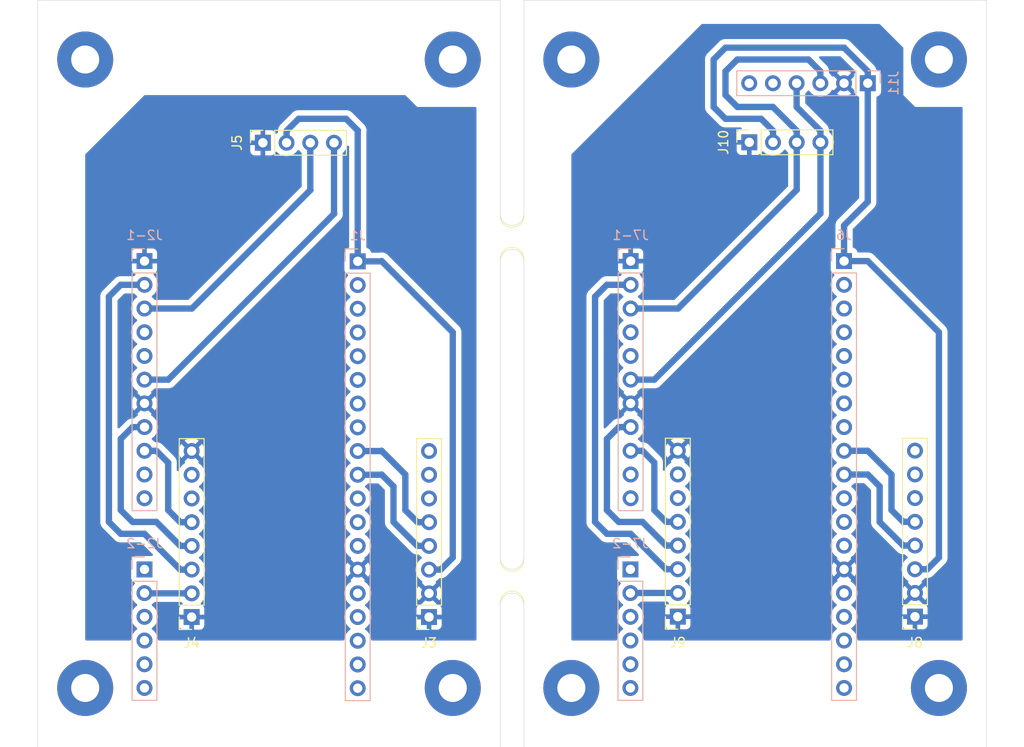
<source format=kicad_pcb>
(kicad_pcb (version 20241229) (generator "pcbnew") (generator_version "9.0")
  (layers (0 "F.Cu" signal) (2 "B.Cu" signal) (13 "F.Paste" user) (15 "B.Paste" user) (5 "F.SilkS" user "F.Silkscreen") (7 "B.SilkS" user "B.Silkscreen") (1 "F.Mask" user) (3 "B.Mask" user) (25 "Edge.Cuts" user))
  (net 0 "")
  (net 1 "GND")
  (net 2 "+3.3V")
  (net 23 "/RX_module/IRQ")
  (net 24 "/RX_module/RST")
  (net 25 "/RX_module/MOSI")
  (net 26 "/RX_module/SCK")
  (net 27 "/RX_module/SDA")
  (net 28 "/RX_module/MISO")
  (net 29 "/RX_module/SCL")
  (net 30 "/RX_module/CS")
  (net 31 "/TX_module/RST")
  (net 33 "/TX_module/IRQ")
  (net 36 "/TX_module/SCK")
  (net 37 "/TX_module/SDA")
  (net 39 "/TX_module/MISO")
  (net 40 "/TX_module/CS")
  (net 42 "/TX_module/MOSI")
  (net 43 "/TX_module/SCL")
  (net 59 "+3.3V2")
  (net 60 "GND2")
  (footprint "Connector_PinSocket_2.54mm:PinSocket_1x08_P2.54mm_Vertical" (layer "F.Cu") (at 114.3 114.325 180)
    (property "Reference" "J3" (at 0 -2.77 0) (layer "F.SilkS"))
    (property "Value" "Conn_01x08_Socket")
    (fp_line (start 1.33 1.27) (end 1.33 19.11) (stroke (width 0.12)) (layer "F.SilkS"))
    (fp_line (start 1.33 -1.33) (end 1.33 0) (stroke (width 0.12)) (layer "F.SilkS"))
    (fp_line (start 0 -1.33) (end 1.33 -1.33) (stroke (width 0.12)) (layer "F.SilkS"))
    (fp_line (start -1.33 19.11) (end 1.33 19.11) (stroke (width 0.12)) (layer "F.SilkS"))
    (fp_line (start -1.33 1.27) (end 1.33 1.27) (stroke (width 0.12)) (layer "F.SilkS"))
    (fp_line (start -1.33 1.27) (end -1.33 19.11) (stroke (width 0.12)) (layer "F.SilkS"))
    (pad "1" thru_hole rect (at 0 0 180) (size 1.7 1.7) (drill 1) (layers "*.Cu" "*.Mask") (net 1 "GND"))
    (pad "2" thru_hole circle (at 0 2.54 180) (size 1.7 1.7) (drill 1) (layers "*.Cu" "*.Mask") (net 1 "GND"))
    (pad "3" thru_hole circle (at 0 5.08 180) (size 1.7 1.7) (drill 1) (layers "*.Cu" "*.Mask") (net 2 "+3.3V"))
    (pad "4" thru_hole circle (at 0 7.62 180) (size 1.7 1.7) (drill 1) (layers "*.Cu" "*.Mask") (net 24 "/RX_module/RST"))
    (pad "5" thru_hole circle (at 0 10.16 180) (size 1.7 1.7) (drill 1) (layers "*.Cu" "*.Mask") (net 23 "/RX_module/IRQ"))
    (pad "6" thru_hole circle (at 0 12.7 180) (size 1.7 1.7) (drill 1) (layers "*.Cu" "*.Mask"))
    (pad "7" thru_hole circle (at 0 15.24 180) (size 1.7 1.7) (drill 1) (layers "*.Cu" "*.Mask"))
    (pad "8" thru_hole circle (at 0 17.78 180) (size 1.7 1.7) (drill 1) (layers "*.Cu" "*.Mask"))
  )
  (footprint "MountingHole:MountingHole_3mm_Pad" (layer "F.Cu") (at 77.47 121.92)
    (property "Reference" "REF**" (hide yes))
    (property "Value" "MountingHole_3mm_Pad")
    (pad "1" thru_hole circle (at 0 0) (size 6 6) (drill 3) (layers "*.Cu" "*.Mask"))
  )
  (footprint "MountingHole:MountingHole_3mm_Pad" (layer "F.Cu") (at 168.91 121.92)
    (property "Reference" "REF**" (hide yes))
    (property "Value" "MountingHole_3mm_Pad")
    (pad "1" thru_hole circle (at 0 0) (size 6 6) (drill 3) (layers "*.Cu" "*.Mask"))
  )
  (footprint "Panelization.pretty-master:mouse-bite-2.54mm-slot" (layer "F.Cu") (at 123.19 73.66 90)
    (property "Reference" "mouse-bite-2.54mm-slot" (hide yes))
    (property "Value" "VAL**" (hide yes))
    (fp_arc (start -2.33 -1.27) (mid -1.06 0) (end -2.33 1.27) (stroke (width 0.1)) (layer "F.SilkS"))
    (fp_arc (start 2.33 1.27) (mid 1.06 0) (end 2.33 -1.27) (stroke (width 0.1)) (layer "F.SilkS"))
    (pad "" np_thru_hole circle (at -0.8 -1.1 90) (size 0.5 0.5) (drill 0.5) (layers "*.Cu" "*.Mask"))
    (pad "" np_thru_hole circle (at -0.8 1.1 90) (size 0.5 0.5) (drill 0.5) (layers "*.Cu" "*.Mask"))
    (pad "" np_thru_hole circle (at 0 -1.1 90) (size 0.5 0.5) (drill 0.5) (layers "*.Cu" "*.Mask"))
    (pad "" np_thru_hole circle (at 0 1.1 90) (size 0.5 0.5) (drill 0.5) (layers "*.Cu" "*.Mask"))
    (pad "" np_thru_hole circle (at 0.8 -1.1 90) (size 0.5 0.5) (drill 0.5) (layers "*.Cu" "*.Mask"))
    (pad "" np_thru_hole circle (at 0.8 1.1 90) (size 0.5 0.5) (drill 0.5) (layers "*.Cu" "*.Mask"))
  )
  (footprint "MountingHole:MountingHole_3mm_Pad" (layer "F.Cu") (at 129.54 54.61)
    (property "Reference" "REF**" (hide yes))
    (property "Value" "MountingHole_3mm_Pad")
    (pad "1" thru_hole circle (at 0 0) (size 6 6) (drill 3) (layers "*.Cu" "*.Mask"))
  )
  (footprint "Connector_PinSocket_2.54mm:PinSocket_1x08_P2.54mm_Vertical" (layer "F.Cu") (at 88.875 114.325 180)
    (property "Reference" "J4" (at 0 -2.77 0) (layer "F.SilkS"))
    (property "Value" "Conn_01x08_Socket" (hide yes))
    (fp_line (start 1.33 1.27) (end 1.33 19.11) (stroke (width 0.12)) (layer "F.SilkS"))
    (fp_line (start 1.33 -1.33) (end 1.33 0) (stroke (width 0.12)) (layer "F.SilkS"))
    (fp_line (start 0 -1.33) (end 1.33 -1.33) (stroke (width 0.12)) (layer "F.SilkS"))
    (fp_line (start -1.33 19.11) (end 1.33 19.11) (stroke (width 0.12)) (layer "F.SilkS"))
    (fp_line (start -1.33 1.27) (end 1.33 1.27) (stroke (width 0.12)) (layer "F.SilkS"))
    (fp_line (start -1.33 1.27) (end -1.33 19.11) (stroke (width 0.12)) (layer "F.SilkS"))
    (pad "1" thru_hole rect (at 0 0 180) (size 1.7 1.7) (drill 1) (layers "*.Cu" "*.Mask") (net 1 "GND"))
    (pad "2" thru_hole circle (at 0 2.54 180) (size 1.7 1.7) (drill 1) (layers "*.Cu" "*.Mask") (net 30 "/RX_module/CS"))
    (pad "3" thru_hole circle (at 0 5.08 180) (size 1.7 1.7) (drill 1) (layers "*.Cu" "*.Mask") (net 25 "/RX_module/MOSI"))
    (pad "4" thru_hole circle (at 0 7.62 180) (size 1.7 1.7) (drill 1) (layers "*.Cu" "*.Mask") (net 28 "/RX_module/MISO"))
    (pad "5" thru_hole circle (at 0 10.16 180) (size 1.7 1.7) (drill 1) (layers "*.Cu" "*.Mask") (net 26 "/RX_module/SCK"))
    (pad "6" thru_hole circle (at 0 12.7 180) (size 1.7 1.7) (drill 1) (layers "*.Cu" "*.Mask"))
    (pad "7" thru_hole circle (at 0 15.24 180) (size 1.7 1.7) (drill 1) (layers "*.Cu" "*.Mask"))
    (pad "8" thru_hole circle (at 0 17.78 180) (size 1.7 1.7) (drill 1) (layers "*.Cu" "*.Mask") (net 1 "GND"))
  )
  (footprint "MountingHole:MountingHole_3mm_Pad" (layer "F.Cu") (at 129.54 121.92)
    (property "Reference" "REF**" (hide yes))
    (property "Value" "MountingHole_3mm_Pad")
    (pad "1" thru_hole circle (at 0 0) (size 6 6) (drill 3) (layers "*.Cu" "*.Mask"))
  )
  (footprint "Connector_PinSocket_2.54mm:PinSocket_1x04_P2.54mm_Vertical" (layer "F.Cu") (at 96.5 63.525 90)
    (property "Reference" "J5" (at 0 -2.77 90) (layer "F.SilkS"))
    (property "Value" "Conn_01x04_Socket")
    (fp_line (start 1.33 -1.33) (end 1.33 0) (stroke (width 0.12)) (layer "F.SilkS"))
    (fp_line (start 0 -1.33) (end 1.33 -1.33) (stroke (width 0.12)) (layer "F.SilkS"))
    (fp_line (start 1.33 1.27) (end 1.33 8.95) (stroke (width 0.12)) (layer "F.SilkS"))
    (fp_line (start -1.33 1.27) (end 1.33 1.27) (stroke (width 0.12)) (layer "F.SilkS"))
    (fp_line (start -1.33 1.27) (end -1.33 8.95) (stroke (width 0.12)) (layer "F.SilkS"))
    (fp_line (start -1.33 8.95) (end 1.33 8.95) (stroke (width 0.12)) (layer "F.SilkS"))
    (pad "1" thru_hole rect (at 0 0 90) (size 1.7 1.7) (drill 1) (layers "*.Cu" "*.Mask") (net 1 "GND"))
    (pad "2" thru_hole circle (at 0 2.54 90) (size 1.7 1.7) (drill 1) (layers "*.Cu" "*.Mask") (net 2 "+3.3V"))
    (pad "3" thru_hole circle (at 0 5.08 90) (size 1.7 1.7) (drill 1) (layers "*.Cu" "*.Mask") (net 29 "/RX_module/SCL"))
    (pad "4" thru_hole circle (at 0 7.62 90) (size 1.7 1.7) (drill 1) (layers "*.Cu" "*.Mask") (net 27 "/RX_module/SDA"))
  )
  (footprint "Connector_PinSocket_2.54mm:PinSocket_1x04_P2.54mm_Vertical" (layer "F.Cu") (at 148.6 63.475 90)
    (property "Reference" "J10" (at 0 -2.77 90) (layer "F.SilkS"))
    (property "Value" "Conn_01x04_Socket" (hide yes))
    (fp_line (start 1.33 -1.33) (end 1.33 0) (stroke (width 0.12)) (layer "F.SilkS"))
    (fp_line (start 0 -1.33) (end 1.33 -1.33) (stroke (width 0.12)) (layer "F.SilkS"))
    (fp_line (start 1.33 1.27) (end 1.33 8.95) (stroke (width 0.12)) (layer "F.SilkS"))
    (fp_line (start -1.33 1.27) (end 1.33 1.27) (stroke (width 0.12)) (layer "F.SilkS"))
    (fp_line (start -1.33 1.27) (end -1.33 8.95) (stroke (width 0.12)) (layer "F.SilkS"))
    (fp_line (start -1.33 8.95) (end 1.33 8.95) (stroke (width 0.12)) (layer "F.SilkS"))
    (pad "1" thru_hole rect (at 0 0 90) (size 1.7 1.7) (drill 1) (layers "*.Cu" "*.Mask") (net 60 "GND2"))
    (pad "2" thru_hole circle (at 0 2.54 90) (size 1.7 1.7) (drill 1) (layers "*.Cu" "*.Mask") (net 59 "+3.3V2"))
    (pad "3" thru_hole circle (at 0 5.08 90) (size 1.7 1.7) (drill 1) (layers "*.Cu" "*.Mask") (net 43 "/TX_module/SCL"))
    (pad "4" thru_hole circle (at 0 7.62 90) (size 1.7 1.7) (drill 1) (layers "*.Cu" "*.Mask") (net 37 "/TX_module/SDA"))
  )
  (footprint "Panelization.pretty-master:mouse-bite-2.54mm-slot" (layer "F.Cu") (at 123.19 110.49 90)
    (property "Reference" "mouse-bite-2.54mm-slot" (hide yes))
    (property "Value" "VAL**" (hide yes))
    (fp_arc (start -2.33 -1.27) (mid -1.06 0) (end -2.33 1.27) (stroke (width 0.1)) (layer "F.SilkS"))
    (fp_arc (start 2.33 1.27) (mid 1.06 0) (end 2.33 -1.27) (stroke (width 0.1)) (layer "F.SilkS"))
    (pad "" np_thru_hole circle (at -0.8 -1.1 90) (size 0.5 0.5) (drill 0.5) (layers "*.Cu" "*.Mask"))
    (pad "" np_thru_hole circle (at -0.8 1.1 90) (size 0.5 0.5) (drill 0.5) (layers "*.Cu" "*.Mask"))
    (pad "" np_thru_hole circle (at 0 -1.1 90) (size 0.5 0.5) (drill 0.5) (layers "*.Cu" "*.Mask"))
    (pad "" np_thru_hole circle (at 0 1.1 90) (size 0.5 0.5) (drill 0.5) (layers "*.Cu" "*.Mask"))
    (pad "" np_thru_hole circle (at 0.8 -1.1 90) (size 0.5 0.5) (drill 0.5) (layers "*.Cu" "*.Mask"))
    (pad "" np_thru_hole circle (at 0.8 1.1 90) (size 0.5 0.5) (drill 0.5) (layers "*.Cu" "*.Mask"))
  )
  (footprint "Connector_PinSocket_2.54mm:PinSocket_1x08_P2.54mm_Vertical" (layer "F.Cu") (at 140.945 114.285 180)
    (property "Reference" "J9" (at 0 -2.77 0) (layer "F.SilkS"))
    (property "Value" "Conn_01x08_Socket" (hide yes))
    (fp_line (start 1.33 1.27) (end 1.33 19.11) (stroke (width 0.12)) (layer "F.SilkS"))
    (fp_line (start 1.33 -1.33) (end 1.33 0) (stroke (width 0.12)) (layer "F.SilkS"))
    (fp_line (start 0 -1.33) (end 1.33 -1.33) (stroke (width 0.12)) (layer "F.SilkS"))
    (fp_line (start -1.33 19.11) (end 1.33 19.11) (stroke (width 0.12)) (layer "F.SilkS"))
    (fp_line (start -1.33 1.27) (end 1.33 1.27) (stroke (width 0.12)) (layer "F.SilkS"))
    (fp_line (start -1.33 1.27) (end -1.33 19.11) (stroke (width 0.12)) (layer "F.SilkS"))
    (pad "1" thru_hole rect (at 0 0 180) (size 1.7 1.7) (drill 1) (layers "*.Cu" "*.Mask") (net 60 "GND2"))
    (pad "2" thru_hole circle (at 0 2.54 180) (size 1.7 1.7) (drill 1) (layers "*.Cu" "*.Mask") (net 40 "/TX_module/CS"))
    (pad "3" thru_hole circle (at 0 5.08 180) (size 1.7 1.7) (drill 1) (layers "*.Cu" "*.Mask") (net 42 "/TX_module/MOSI"))
    (pad "4" thru_hole circle (at 0 7.62 180) (size 1.7 1.7) (drill 1) (layers "*.Cu" "*.Mask") (net 39 "/TX_module/MISO"))
    (pad "5" thru_hole circle (at 0 10.16 180) (size 1.7 1.7) (drill 1) (layers "*.Cu" "*.Mask") (net 36 "/TX_module/SCK"))
    (pad "6" thru_hole circle (at 0 12.7 180) (size 1.7 1.7) (drill 1) (layers "*.Cu" "*.Mask"))
    (pad "7" thru_hole circle (at 0 15.24 180) (size 1.7 1.7) (drill 1) (layers "*.Cu" "*.Mask"))
    (pad "8" thru_hole circle (at 0 17.78 180) (size 1.7 1.7) (drill 1) (layers "*.Cu" "*.Mask") (net 60 "GND2"))
  )
  (footprint "Connector_PinSocket_2.54mm:PinSocket_1x08_P2.54mm_Vertical" (layer "F.Cu") (at 166.345 114.285 180)
    (property "Reference" "J8" (at 0 -2.77 0) (layer "F.SilkS"))
    (property "Value" "Conn_01x08_Socket" (hide yes))
    (fp_line (start 1.33 1.27) (end 1.33 19.11) (stroke (width 0.12)) (layer "F.SilkS"))
    (fp_line (start 1.33 -1.33) (end 1.33 0) (stroke (width 0.12)) (layer "F.SilkS"))
    (fp_line (start 0 -1.33) (end 1.33 -1.33) (stroke (width 0.12)) (layer "F.SilkS"))
    (fp_line (start -1.33 19.11) (end 1.33 19.11) (stroke (width 0.12)) (layer "F.SilkS"))
    (fp_line (start -1.33 1.27) (end 1.33 1.27) (stroke (width 0.12)) (layer "F.SilkS"))
    (fp_line (start -1.33 1.27) (end -1.33 19.11) (stroke (width 0.12)) (layer "F.SilkS"))
    (pad "1" thru_hole rect (at 0 0 180) (size 1.7 1.7) (drill 1) (layers "*.Cu" "*.Mask") (net 60 "GND2"))
    (pad "2" thru_hole circle (at 0 2.54 180) (size 1.7 1.7) (drill 1) (layers "*.Cu" "*.Mask") (net 60 "GND2"))
    (pad "3" thru_hole circle (at 0 5.08 180) (size 1.7 1.7) (drill 1) (layers "*.Cu" "*.Mask") (net 59 "+3.3V2"))
    (pad "4" thru_hole circle (at 0 7.62 180) (size 1.7 1.7) (drill 1) (layers "*.Cu" "*.Mask") (net 31 "/TX_module/RST"))
    (pad "5" thru_hole circle (at 0 10.16 180) (size 1.7 1.7) (drill 1) (layers "*.Cu" "*.Mask") (net 33 "/TX_module/IRQ"))
    (pad "6" thru_hole circle (at 0 12.7 180) (size 1.7 1.7) (drill 1) (layers "*.Cu" "*.Mask"))
    (pad "7" thru_hole circle (at 0 15.24 180) (size 1.7 1.7) (drill 1) (layers "*.Cu" "*.Mask"))
    (pad "8" thru_hole circle (at 0 17.78 180) (size 1.7 1.7) (drill 1) (layers "*.Cu" "*.Mask"))
  )
  (footprint "MountingHole:MountingHole_3mm_Pad" (layer "F.Cu") (at 116.84 54.61)
    (property "Reference" "REF**" (hide yes))
    (property "Value" "MountingHole_3mm_Pad")
    (pad "1" thru_hole circle (at 0 0) (size 6 6) (drill 3) (layers "*.Cu" "*.Mask"))
  )
  (footprint "MountingHole:MountingHole_3mm_Pad" (layer "F.Cu") (at 168.91 54.61)
    (property "Reference" "REF**" (hide yes))
    (property "Value" "MountingHole_3mm_Pad")
    (pad "1" thru_hole circle (at 0 0) (size 6 6) (drill 3) (layers "*.Cu" "*.Mask"))
  )
  (footprint "MountingHole:MountingHole_3mm_Pad" (layer "F.Cu") (at 116.84 121.92)
    (property "Reference" "REF**" (hide yes))
    (property "Value" "MountingHole_3mm_Pad")
    (pad "1" thru_hole circle (at 0 0) (size 6 6) (drill 3) (layers "*.Cu" "*.Mask"))
  )
  (footprint "MountingHole:MountingHole_3mm_Pad" (layer "F.Cu") (at 77.47 54.61)
    (property "Reference" "REF**" (hide yes))
    (property "Value" "MountingHole_3mm_Pad")
    (pad "1" thru_hole circle (at 0 0) (size 6 6) (drill 3) (layers "*.Cu" "*.Mask"))
  )
  (footprint "Connector_PinSocket_2.54mm:PinSocket_1x06_P2.54mm_Vertical" (layer "B.Cu") (at 161.29 57.15 90)
    (property "Reference" "J11" (at 0 2.77 90) (layer "B.SilkS") (effects (justify mirror)))
    (property "Value" "Conn_01x06_Socket" (hide yes))
    (fp_line (start -1.33 -14.03) (end 1.33 -14.03) (stroke (width 0.12)) (layer "B.SilkS"))
    (fp_line (start 1.33 -1.27) (end 1.33 -14.03) (stroke (width 0.12)) (layer "B.SilkS"))
    (fp_line (start -1.33 -1.27) (end -1.33 -14.03) (stroke (width 0.12)) (layer "B.SilkS"))
    (fp_line (start -1.33 -1.27) (end 1.33 -1.27) (stroke (width 0.12)) (layer "B.SilkS"))
    (fp_line (start 1.33 1.33) (end 1.33 0) (stroke (width 0.12)) (layer "B.SilkS"))
    (fp_line (start 0 1.33) (end 1.33 1.33) (stroke (width 0.12)) (layer "B.SilkS"))
    (pad "1" thru_hole rect (at 0 0 90) (size 1.7 1.7) (drill 1) (layers "*.Cu" "*.Mask") (net 59 "+3.3V2"))
    (pad "2" thru_hole circle (at 0 -2.54 90) (size 1.7 1.7) (drill 1) (layers "*.Cu" "*.Mask") (net 60 "GND2"))
    (pad "3" thru_hole circle (at 0 -5.08 90) (size 1.7 1.7) (drill 1) (layers "*.Cu" "*.Mask") (net 43 "/TX_module/SCL"))
    (pad "4" thru_hole circle (at 0 -7.62 90) (size 1.7 1.7) (drill 1) (layers "*.Cu" "*.Mask") (net 37 "/TX_module/SDA"))
    (pad "5" thru_hole circle (at 0 -10.16 90) (size 1.7 1.7) (drill 1) (layers "*.Cu" "*.Mask"))
    (pad "6" thru_hole circle (at 0 -12.7 90) (size 1.7 1.7) (drill 1) (layers "*.Cu" "*.Mask"))
  )
  (footprint "Connector_PinSocket_2.54mm:PinSocket_1x06_P2.54mm_Vertical" (layer "B.Cu") (at 83.82 109.22 180)
    (property "Reference" "J2-2" (at 0 2.77 0) (layer "B.SilkS") (effects (justify mirror)))
    (property "Value" "Conn_01x06_Socket")
    (fp_line (start 1.33 1.33) (end 1.33 0) (stroke (width 0.12)) (layer "B.SilkS"))
    (fp_line (start 1.33 -1.27) (end 1.33 -14.03) (stroke (width 0.12)) (layer "B.SilkS"))
    (fp_line (start 0 1.33) (end 1.33 1.33) (stroke (width 0.12)) (layer "B.SilkS"))
    (fp_line (start -1.33 -1.27) (end 1.33 -1.27) (stroke (width 0.12)) (layer "B.SilkS"))
    (fp_line (start -1.33 -1.27) (end -1.33 -14.03) (stroke (width 0.12)) (layer "B.SilkS"))
    (fp_line (start -1.33 -14.03) (end 1.33 -14.03) (stroke (width 0.12)) (layer "B.SilkS"))
    (pad "1" thru_hole rect (at 0 0 180) (size 1.7 1.7) (drill 1) (layers "*.Cu" "*.Mask"))
    (pad "2" thru_hole circle (at 0 -2.54 180) (size 1.7 1.7) (drill 1) (layers "*.Cu" "*.Mask") (net 30 "/RX_module/CS"))
    (pad "3" thru_hole circle (at 0 -5.08 180) (size 1.7 1.7) (drill 1) (layers "*.Cu" "*.Mask"))
    (pad "4" thru_hole circle (at 0 -7.62 180) (size 1.7 1.7) (drill 1) (layers "*.Cu" "*.Mask"))
    (pad "5" thru_hole circle (at 0 -10.16 180) (size 1.7 1.7) (drill 1) (layers "*.Cu" "*.Mask"))
    (pad "6" thru_hole circle (at 0 -12.7 180) (size 1.7 1.7) (drill 1) (layers "*.Cu" "*.Mask"))
  )
  (footprint "Connector_PinSocket_2.54mm:PinSocket_1x19_P2.54mm_Vertical" (layer "B.Cu") (at 158.75 76.2 180)
    (property "Reference" "J6" (at 0 2.77 0) (layer "B.SilkS") (effects (justify mirror)))
    (property "Value" "Conn_01x19_Socket")
    (fp_line (start 1.33 1.33) (end 1.33 0) (stroke (width 0.12)) (layer "B.SilkS"))
    (fp_line (start 1.33 -1.27) (end 1.33 -47.05) (stroke (width 0.12)) (layer "B.SilkS"))
    (fp_line (start 0 1.33) (end 1.33 1.33) (stroke (width 0.12)) (layer "B.SilkS"))
    (fp_line (start -1.33 -1.27) (end 1.33 -1.27) (stroke (width 0.12)) (layer "B.SilkS"))
    (fp_line (start -1.33 -1.27) (end -1.33 -47.05) (stroke (width 0.12)) (layer "B.SilkS"))
    (fp_line (start -1.33 -47.05) (end 1.33 -47.05) (stroke (width 0.12)) (layer "B.SilkS"))
    (pad "1" thru_hole rect (at 0 0 180) (size 1.7 1.7) (drill 1) (layers "*.Cu" "*.Mask") (net 59 "+3.3V2"))
    (pad "2" thru_hole circle (at 0 -2.54 180) (size 1.7 1.7) (drill 1) (layers "*.Cu" "*.Mask"))
    (pad "3" thru_hole circle (at 0 -5.08 180) (size 1.7 1.7) (drill 1) (layers "*.Cu" "*.Mask"))
    (pad "4" thru_hole circle (at 0 -7.62 180) (size 1.7 1.7) (drill 1) (layers "*.Cu" "*.Mask"))
    (pad "5" thru_hole circle (at 0 -10.16 180) (size 1.7 1.7) (drill 1) (layers "*.Cu" "*.Mask"))
    (pad "6" thru_hole circle (at 0 -12.7 180) (size 1.7 1.7) (drill 1) (layers "*.Cu" "*.Mask"))
    (pad "7" thru_hole circle (at 0 -15.24 180) (size 1.7 1.7) (drill 1) (layers "*.Cu" "*.Mask"))
    (pad "8" thru_hole circle (at 0 -17.78 180) (size 1.7 1.7) (drill 1) (layers "*.Cu" "*.Mask"))
    (pad "9" thru_hole circle (at 0 -20.32 180) (size 1.7 1.7) (drill 1) (layers "*.Cu" "*.Mask") (net 33 "/TX_module/IRQ"))
    (pad "10" thru_hole circle (at 0 -22.86 180) (size 1.7 1.7) (drill 1) (layers "*.Cu" "*.Mask") (net 31 "/TX_module/RST"))
    (pad "11" thru_hole circle (at 0 -25.4 180) (size 1.7 1.7) (drill 1) (layers "*.Cu" "*.Mask"))
    (pad "12" thru_hole circle (at 0 -27.94 180) (size 1.7 1.7) (drill 1) (layers "*.Cu" "*.Mask"))
    (pad "13" thru_hole circle (at 0 -30.48 180) (size 1.7 1.7) (drill 1) (layers "*.Cu" "*.Mask"))
    (pad "14" thru_hole circle (at 0 -33.02 180) (size 1.7 1.7) (drill 1) (layers "*.Cu" "*.Mask") (net 60 "GND2"))
    (pad "15" thru_hole circle (at 0 -35.56 180) (size 1.7 1.7) (drill 1) (layers "*.Cu" "*.Mask"))
    (pad "16" thru_hole circle (at 0 -38.1 180) (size 1.7 1.7) (drill 1) (layers "*.Cu" "*.Mask"))
    (pad "17" thru_hole circle (at 0 -40.64 180) (size 1.7 1.7) (drill 1) (layers "*.Cu" "*.Mask"))
    (pad "18" thru_hole circle (at 0 -43.18 180) (size 1.7 1.7) (drill 1) (layers "*.Cu" "*.Mask"))
    (pad "19" thru_hole circle (at 0 -45.72 180) (size 1.7 1.7) (drill 1) (layers "*.Cu" "*.Mask"))
  )
  (footprint "Connector_PinSocket_2.54mm:PinSocket_1x11_P2.54mm_Vertical" (layer "B.Cu") (at 83.82 76.2 180)
    (property "Reference" "J2-1" (at 0 2.77 0) (layer "B.SilkS") (effects (justify mirror)))
    (property "Value" "Conn_01x11_Socket")
    (fp_line (start 1.33 1.33) (end 1.33 0) (stroke (width 0.12)) (layer "B.SilkS"))
    (fp_line (start 1.33 -1.27) (end 1.33 -26.73) (stroke (width 0.12)) (layer "B.SilkS"))
    (fp_line (start 0 1.33) (end 1.33 1.33) (stroke (width 0.12)) (layer "B.SilkS"))
    (fp_line (start -1.33 -1.27) (end 1.33 -1.27) (stroke (width 0.12)) (layer "B.SilkS"))
    (fp_line (start -1.33 -1.27) (end -1.33 -26.73) (stroke (width 0.12)) (layer "B.SilkS"))
    (fp_line (start -1.33 -26.73) (end 1.33 -26.73) (stroke (width 0.12)) (layer "B.SilkS"))
    (pad "1" thru_hole rect (at 0 0 180) (size 1.7 1.7) (drill 1) (layers "*.Cu" "*.Mask") (net 1 "GND"))
    (pad "2" thru_hole circle (at 0 -2.54 180) (size 1.7 1.7) (drill 1) (layers "*.Cu" "*.Mask") (net 25 "/RX_module/MOSI"))
    (pad "3" thru_hole circle (at 0 -5.08 180) (size 1.7 1.7) (drill 1) (layers "*.Cu" "*.Mask") (net 29 "/RX_module/SCL"))
    (pad "4" thru_hole circle (at 0 -7.62 180) (size 1.7 1.7) (drill 1) (layers "*.Cu" "*.Mask"))
    (pad "5" thru_hole circle (at 0 -10.16 180) (size 1.7 1.7) (drill 1) (layers "*.Cu" "*.Mask"))
    (pad "6" thru_hole circle (at 0 -12.7 180) (size 1.7 1.7) (drill 1) (layers "*.Cu" "*.Mask") (net 27 "/RX_module/SDA"))
    (pad "7" thru_hole circle (at 0 -15.24 180) (size 1.7 1.7) (drill 1) (layers "*.Cu" "*.Mask") (net 1 "GND"))
    (pad "8" thru_hole circle (at 0 -17.78 180) (size 1.7 1.7) (drill 1) (layers "*.Cu" "*.Mask") (net 28 "/RX_module/MISO"))
    (pad "9" thru_hole circle (at 0 -20.32 180) (size 1.7 1.7) (drill 1) (layers "*.Cu" "*.Mask") (net 26 "/RX_module/SCK"))
    (pad "10" thru_hole circle (at 0 -22.86 180) (size 1.7 1.7) (drill 1) (layers "*.Cu" "*.Mask"))
    (pad "11" thru_hole circle (at 0 -25.4 180) (size 1.7 1.7) (drill 1) (layers "*.Cu" "*.Mask"))
  )
  (footprint "Connector_PinSocket_2.54mm:PinSocket_1x11_P2.54mm_Vertical" (layer "B.Cu") (at 135.89 76.2 180)
    (property "Reference" "J7-1" (at 0 2.77 0) (layer "B.SilkS") (effects (justify mirror)))
    (property "Value" "Conn_01x11_Socket")
    (fp_line (start 1.33 1.33) (end 1.33 0) (stroke (width 0.12)) (layer "B.SilkS"))
    (fp_line (start 1.33 -1.27) (end 1.33 -26.73) (stroke (width 0.12)) (layer "B.SilkS"))
    (fp_line (start 0 1.33) (end 1.33 1.33) (stroke (width 0.12)) (layer "B.SilkS"))
    (fp_line (start -1.33 -1.27) (end 1.33 -1.27) (stroke (width 0.12)) (layer "B.SilkS"))
    (fp_line (start -1.33 -1.27) (end -1.33 -26.73) (stroke (width 0.12)) (layer "B.SilkS"))
    (fp_line (start -1.33 -26.73) (end 1.33 -26.73) (stroke (width 0.12)) (layer "B.SilkS"))
    (pad "1" thru_hole rect (at 0 0 180) (size 1.7 1.7) (drill 1) (layers "*.Cu" "*.Mask") (net 60 "GND2"))
    (pad "2" thru_hole circle (at 0 -2.54 180) (size 1.7 1.7) (drill 1) (layers "*.Cu" "*.Mask") (net 42 "/TX_module/MOSI"))
    (pad "3" thru_hole circle (at 0 -5.08 180) (size 1.7 1.7) (drill 1) (layers "*.Cu" "*.Mask") (net 43 "/TX_module/SCL"))
    (pad "4" thru_hole circle (at 0 -7.62 180) (size 1.7 1.7) (drill 1) (layers "*.Cu" "*.Mask"))
    (pad "5" thru_hole circle (at 0 -10.16 180) (size 1.7 1.7) (drill 1) (layers "*.Cu" "*.Mask"))
    (pad "6" thru_hole circle (at 0 -12.7 180) (size 1.7 1.7) (drill 1) (layers "*.Cu" "*.Mask") (net 37 "/TX_module/SDA"))
    (pad "7" thru_hole circle (at 0 -15.24 180) (size 1.7 1.7) (drill 1) (layers "*.Cu" "*.Mask") (net 60 "GND2"))
    (pad "8" thru_hole circle (at 0 -17.78 180) (size 1.7 1.7) (drill 1) (layers "*.Cu" "*.Mask") (net 39 "/TX_module/MISO"))
    (pad "9" thru_hole circle (at 0 -20.32 180) (size 1.7 1.7) (drill 1) (layers "*.Cu" "*.Mask") (net 36 "/TX_module/SCK"))
    (pad "10" thru_hole circle (at 0 -22.86 180) (size 1.7 1.7) (drill 1) (layers "*.Cu" "*.Mask"))
    (pad "11" thru_hole circle (at 0 -25.4 180) (size 1.7 1.7) (drill 1) (layers "*.Cu" "*.Mask"))
  )
  (footprint "Connector_PinSocket_2.54mm:PinSocket_1x19_P2.54mm_Vertical" (layer "B.Cu") (at 106.66 76.225 180)
    (property "Reference" "J1" (at 0 2.77 0) (layer "B.SilkS") (effects (justify mirror)))
    (property "Value" "Conn_01x19_Socket" (hide yes))
    (fp_line (start 1.33 1.33) (end 1.33 0) (stroke (width 0.12)) (layer "B.SilkS"))
    (fp_line (start 1.33 -1.27) (end 1.33 -47.05) (stroke (width 0.12)) (layer "B.SilkS"))
    (fp_line (start 0 1.33) (end 1.33 1.33) (stroke (width 0.12)) (layer "B.SilkS"))
    (fp_line (start -1.33 -1.27) (end 1.33 -1.27) (stroke (width 0.12)) (layer "B.SilkS"))
    (fp_line (start -1.33 -1.27) (end -1.33 -47.05) (stroke (width 0.12)) (layer "B.SilkS"))
    (fp_line (start -1.33 -47.05) (end 1.33 -47.05) (stroke (width 0.12)) (layer "B.SilkS"))
    (pad "1" thru_hole rect (at 0 0 180) (size 1.7 1.7) (drill 1) (layers "*.Cu" "*.Mask") (net 2 "+3.3V"))
    (pad "2" thru_hole circle (at 0 -2.54 180) (size 1.7 1.7) (drill 1) (layers "*.Cu" "*.Mask"))
    (pad "3" thru_hole circle (at 0 -5.08 180) (size 1.7 1.7) (drill 1) (layers "*.Cu" "*.Mask"))
    (pad "4" thru_hole circle (at 0 -7.62 180) (size 1.7 1.7) (drill 1) (layers "*.Cu" "*.Mask"))
    (pad "5" thru_hole circle (at 0 -10.16 180) (size 1.7 1.7) (drill 1) (layers "*.Cu" "*.Mask"))
    (pad "6" thru_hole circle (at 0 -12.7 180) (size 1.7 1.7) (drill 1) (layers "*.Cu" "*.Mask"))
    (pad "7" thru_hole circle (at 0 -15.24 180) (size 1.7 1.7) (drill 1) (layers "*.Cu" "*.Mask"))
    (pad "8" thru_hole circle (at 0 -17.78 180) (size 1.7 1.7) (drill 1) (layers "*.Cu" "*.Mask"))
    (pad "9" thru_hole circle (at 0 -20.32 180) (size 1.7 1.7) (drill 1) (layers "*.Cu" "*.Mask") (net 23 "/RX_module/IRQ"))
    (pad "10" thru_hole circle (at 0 -22.86 180) (size 1.7 1.7) (drill 1) (layers "*.Cu" "*.Mask") (net 24 "/RX_module/RST"))
    (pad "11" thru_hole circle (at 0 -25.4 180) (size 1.7 1.7) (drill 1) (layers "*.Cu" "*.Mask"))
    (pad "12" thru_hole circle (at 0 -27.94 180) (size 1.7 1.7) (drill 1) (layers "*.Cu" "*.Mask"))
    (pad "13" thru_hole circle (at 0 -30.48 180) (size 1.7 1.7) (drill 1) (layers "*.Cu" "*.Mask"))
    (pad "14" thru_hole circle (at 0 -33.02 180) (size 1.7 1.7) (drill 1) (layers "*.Cu" "*.Mask") (net 1 "GND"))
    (pad "15" thru_hole circle (at 0 -35.56 180) (size 1.7 1.7) (drill 1) (layers "*.Cu" "*.Mask"))
    (pad "16" thru_hole circle (at 0 -38.1 180) (size 1.7 1.7) (drill 1) (layers "*.Cu" "*.Mask"))
    (pad "17" thru_hole circle (at 0 -40.64 180) (size 1.7 1.7) (drill 1) (layers "*.Cu" "*.Mask"))
    (pad "18" thru_hole circle (at 0 -43.18 180) (size 1.7 1.7) (drill 1) (layers "*.Cu" "*.Mask"))
    (pad "19" thru_hole circle (at 0 -45.72 180) (size 1.7 1.7) (drill 1) (layers "*.Cu" "*.Mask"))
  )
  (footprint "Connector_PinSocket_2.54mm:PinSocket_1x06_P2.54mm_Vertical" (layer "B.Cu") (at 135.865 109.22 180)
    (property "Reference" "J7-2" (at 0 2.77 0) (layer "B.SilkS") (effects (justify mirror)))
    (property "Value" "Conn_01x06_Socket")
    (fp_line (start 1.33 1.33) (end 1.33 0) (stroke (width 0.12)) (layer "B.SilkS"))
    (fp_line (start 1.33 -1.27) (end 1.33 -14.03) (stroke (width 0.12)) (layer "B.SilkS"))
    (fp_line (start 0 1.33) (end 1.33 1.33) (stroke (width 0.12)) (layer "B.SilkS"))
    (fp_line (start -1.33 -1.27) (end 1.33 -1.27) (stroke (width 0.12)) (layer "B.SilkS"))
    (fp_line (start -1.33 -1.27) (end -1.33 -14.03) (stroke (width 0.12)) (layer "B.SilkS"))
    (fp_line (start -1.33 -14.03) (end 1.33 -14.03) (stroke (width 0.12)) (layer "B.SilkS"))
    (pad "1" thru_hole rect (at 0 0 180) (size 1.7 1.7) (drill 1) (layers "*.Cu" "*.Mask"))
    (pad "2" thru_hole circle (at 0 -2.54 180) (size 1.7 1.7) (drill 1) (layers "*.Cu" "*.Mask") (net 40 "/TX_module/CS"))
    (pad "3" thru_hole circle (at 0 -5.08 180) (size 1.7 1.7) (drill 1) (layers "*.Cu" "*.Mask"))
    (pad "4" thru_hole circle (at 0 -7.62 180) (size 1.7 1.7) (drill 1) (layers "*.Cu" "*.Mask"))
    (pad "5" thru_hole circle (at 0 -10.16 180) (size 1.7 1.7) (drill 1) (layers "*.Cu" "*.Mask"))
    (pad "6" thru_hole circle (at 0 -12.7 180) (size 1.7 1.7) (drill 1) (layers "*.Cu" "*.Mask"))
  )
  (gr_line (start 124.46 76.2) (end 124.46 107.95) (stroke (width 0.05)) (layer "Edge.Cuts"))
  (gr_line (start 121.92 71.12) (end 121.92 48.26) (stroke (width 0.05)) (layer "Edge.Cuts"))
  (gr_arc (start 124.46 107.95) (mid 123.19 109.22) (end 121.92 107.95) (stroke (width 0.05)) (layer "Edge.Cuts"))
  (gr_line (start 124.46 128.27) (end 173.99 128.27) (stroke (width 0.05)) (layer "Edge.Cuts"))
  (gr_line (start 72.39 48.26) (end 72.39 128.27) (stroke (width 0.05)) (layer "Edge.Cuts"))
  (gr_line (start 72.39 128.27) (end 121.92 128.27) (stroke (width 0.05)) (layer "Edge.Cuts"))
  (gr_line (start 124.46 113.03) (end 124.46 128.27) (stroke (width 0.05)) (layer "Edge.Cuts"))
  (gr_line (start 173.99 128.27) (end 173.99 48.26) (stroke (width 0.05)) (layer "Edge.Cuts"))
  (gr_line (start 121.92 128.27) (end 121.92 113.03) (stroke (width 0.05)) (layer "Edge.Cuts"))
  (gr_line (start 173.99 48.26) (end 124.46 48.26) (stroke (width 0.05)) (layer "Edge.Cuts"))
  (gr_arc (start 124.46 71.12) (mid 123.19 72.39) (end 121.92 71.12) (stroke (width 0.05)) (layer "Edge.Cuts"))
  (gr_line (start 124.46 48.26) (end 124.46 71.12) (stroke (width 0.05)) (layer "Edge.Cuts"))
  (gr_line (start 121.92 107.95) (end 121.92 76.2) (stroke (width 0.05)) (layer "Edge.Cuts"))
  (gr_arc (start 121.92 76.2) (mid 123.19 74.93) (end 124.46 76.2) (stroke (width 0.05)) (layer "Edge.Cuts"))
  (gr_line (start 121.92 48.26) (end 72.39 48.26) (stroke (width 0.05)) (layer "Edge.Cuts"))
  (gr_arc (start 121.92 113.03) (mid 123.19 111.76) (end 124.46 113.03) (stroke (width 0.05)) (layer "Edge.Cuts"))
  (segment (start 100.33 60.96) (end 105.41 60.96) (width 0.68) (layer "B.Cu") (net 2))
  (segment (start 116.84 83.82) (end 116.84 107.95) (width 0.68) (layer "B.Cu") (net 2))
  (segment (start 106.66 76.225) (end 109.195 76.225) (width 0.68) (layer "B.Cu") (net 2))
  (segment (start 106.66 62.25) (end 106.66 76.225) (width 0.68) (layer "B.Cu") (net 2))
  (segment (start 99.04 62.25) (end 100.33 60.96) (width 0.68) (layer "B.Cu") (net 2))
  (segment (start 109.22 76.2) (end 116.84 83.82) (width 0.68) (layer "B.Cu") (net 2))
  (segment (start 105.41 60.96) (end 106.68 62.23) (width 0.68) (layer "B.Cu") (net 2))
  (segment (start 99.04 63.525) (end 99.04 62.25) (width 0.68) (layer "B.Cu") (net 2))
  (segment (start 106.68 62.23) (end 106.66 62.25) (width 0.68) (layer "B.Cu") (net 2))
  (segment (start 116.84 107.95) (end 115.545 109.245) (width 0.68) (layer "B.Cu") (net 2))
  (segment (start 109.195 76.225) (end 109.22 76.2) (width 0.68) (layer "B.Cu") (net 2))
  (segment (start 115.545 109.245) (end 114.3 109.245) (width 0.68) (layer "B.Cu") (net 2))
  (segment (start 106.66 96.545) (end 109.195 96.545) (width 0.68) (layer "B.Cu") (net 23))
  (segment (start 109.22 96.52) (end 111.76 99.06) (width 0.68) (layer "B.Cu") (net 23))
  (segment (start 109.195 96.545) (end 109.22 96.52) (width 0.68) (layer "B.Cu") (net 23))
  (segment (start 111.76 99.06) (end 111.76 102.87) (width 0.68) (layer "B.Cu") (net 23))
  (segment (start 111.76 102.87) (end 113.055 104.165) (width 0.68) (layer "B.Cu") (net 23))
  (segment (start 113.055 104.165) (end 114.3 104.165) (width 0.68) (layer "B.Cu") (net 23))
  (segment (start 113.055 106.705) (end 110.49 104.14) (width 0.68) (layer "B.Cu") (net 24))
  (segment (start 109.195 99.085) (end 106.66 99.085) (width 0.68) (layer "B.Cu") (net 24))
  (segment (start 114.3 106.705) (end 113.055 106.705) (width 0.68) (layer "B.Cu") (net 24))
  (segment (start 109.22 99.06) (end 109.195 99.085) (width 0.68) (layer "B.Cu") (net 24))
  (segment (start 110.49 104.14) (end 110.49 100.33) (width 0.68) (layer "B.Cu") (net 24))
  (segment (start 110.49 100.33) (end 109.22 99.06) (width 0.68) (layer "B.Cu") (net 24))
  (segment (start 80.01 80.01) (end 81.28 78.74) (width 0.68) (layer "B.Cu") (net 25))
  (segment (start 80.01 104.14) (end 80.01 80.01) (width 0.68) (layer "B.Cu") (net 25))
  (segment (start 88.875 109.245) (end 87.655 109.245) (width 0.68) (layer "B.Cu") (net 25))
  (segment (start 87.655 109.245) (end 83.82 105.41) (width 0.68) (layer "B.Cu") (net 25))
  (segment (start 83.82 105.41) (end 81.28 105.41) (width 0.68) (layer "B.Cu") (net 25))
  (segment (start 81.28 105.41) (end 80.01 104.14) (width 0.68) (layer "B.Cu") (net 25))
  (segment (start 81.28 78.74) (end 83.82 78.74) (width 0.68) (layer "B.Cu") (net 25))
  (segment (start 87.655 104.165) (end 88.875 104.165) (width 0.68) (layer "B.Cu") (net 26))
  (segment (start 85.09 96.52) (end 86.36 97.79) (width 0.68) (layer "B.Cu") (net 26))
  (segment (start 86.36 102.87) (end 87.655 104.165) (width 0.68) (layer "B.Cu") (net 26))
  (segment (start 86.36 97.79) (end 86.36 102.87) (width 0.68) (layer "B.Cu") (net 26))
  (segment (start 83.82 96.52) (end 85.09 96.52) (width 0.68) (layer "B.Cu") (net 26))
  (segment (start 86.36 88.9) (end 83.82 88.9) (width 0.68) (layer "B.Cu") (net 27))
  (segment (start 104.12 71.1) (end 104.14 71.12) (width 0.68) (layer "B.Cu") (net 27))
  (segment (start 104.14 71.12) (end 86.36 88.9) (width 0.68) (layer "B.Cu") (net 27))
  (segment (start 104.12 63.525) (end 104.12 71.1) (width 0.68) (layer "B.Cu") (net 27))
  (segment (start 85.09 104.14) (end 82.55 104.14) (width 0.68) (layer "B.Cu") (net 28))
  (segment (start 87.655 106.705) (end 85.09 104.14) (width 0.68) (layer "B.Cu") (net 28))
  (segment (start 88.875 106.705) (end 87.655 106.705) (width 0.68) (layer "B.Cu") (net 28))
  (segment (start 81.28 102.87) (end 81.28 95.25) (width 0.68) (layer "B.Cu") (net 28))
  (segment (start 82.55 93.98) (end 83.82 93.98) (width 0.68) (layer "B.Cu") (net 28))
  (segment (start 82.55 104.14) (end 81.28 102.87) (width 0.68) (layer "B.Cu") (net 28))
  (segment (start 81.28 95.25) (end 82.55 93.98) (width 0.68) (layer "B.Cu") (net 28))
  (segment (start 83.82 81.28) (end 88.9 81.28) (width 0.68) (layer "B.Cu") (net 29))
  (segment (start 101.6 68.58) (end 101.58 68.56) (width 0.68) (layer "B.Cu") (net 29))
  (segment (start 88.9 81.28) (end 101.6 68.58) (width 0.68) (layer "B.Cu") (net 29))
  (segment (start 101.58 68.56) (end 101.58 63.525) (width 0.68) (layer "B.Cu") (net 29))
  (segment (start 88.875 111.785) (end 83.845 111.785) (width 0.68) (layer "B.Cu") (net 30))
  (segment (start 83.845 111.785) (end 83.82 111.76) (width 0.68) (layer "B.Cu") (net 30))
  (segment (start 161.29 99.06) (end 162.56 100.33) (width 0.68) (layer "B.Cu") (net 31))
  (segment (start 158.75 99.06) (end 161.29 99.06) (width 0.68) (layer "B.Cu") (net 31))
  (segment (start 162.56 100.33) (end 162.56 104.14) (width 0.68) (layer "B.Cu") (net 31))
  (segment (start 165.115 106.665) (end 166.345 106.665) (width 0.68) (layer "B.Cu") (net 31))
  (segment (start 165.1 106.68) (end 165.115 106.665) (width 0.68) (layer "B.Cu") (net 31))
  (segment (start 162.56 104.14) (end 165.1 106.68) (width 0.68) (layer "B.Cu") (net 31))
  (segment (start 165.115 104.125) (end 165.1 104.14) (width 0.68) (layer "B.Cu") (net 33))
  (segment (start 163.83 99.06) (end 161.29 96.52) (width 0.68) (layer "B.Cu") (net 33))
  (segment (start 165.1 104.14) (end 163.83 102.87) (width 0.68) (layer "B.Cu") (net 33))
  (segment (start 161.29 96.52) (end 158.75 96.52) (width 0.68) (layer "B.Cu") (net 33))
  (segment (start 166.345 104.125) (end 165.115 104.125) (width 0.68) (layer "B.Cu") (net 33))
  (segment (start 163.83 102.87) (end 163.83 99.06) (width 0.68) (layer "B.Cu") (net 33))
  (segment (start 137.16 96.52) (end 135.89 96.52) (width 0.68) (layer "B.Cu") (net 36))
  (segment (start 138.43 102.87) (end 138.43 97.79) (width 0.68) (layer "B.Cu") (net 36))
  (segment (start 139.7 104.14) (end 138.43 102.87) (width 0.68) (layer "B.Cu") (net 36))
  (segment (start 139.715 104.125) (end 139.7 104.14) (width 0.68) (layer "B.Cu") (net 36))
  (segment (start 140.945 104.125) (end 139.715 104.125) (width 0.68) (layer "B.Cu") (net 36))
  (segment (start 138.43 97.79) (end 137.16 96.52) (width 0.68) (layer "B.Cu") (net 36))
  (segment (start 156.22 63.475) (end 156.22 71.11) (width 0.68) (layer "B.Cu") (net 37))
  (segment (start 156.22 62.24) (end 153.67 59.69) (width 0.68) (layer "B.Cu") (net 37))
  (segment (start 156.22 71.11) (end 138.43 88.9) (width 0.68) (layer "B.Cu") (net 37))
  (segment (start 156.22 63.475) (end 156.22 62.24) (width 0.68) (layer "B.Cu") (net 37))
  (segment (start 138.43 88.9) (end 135.89 88.9) (width 0.68) (layer "B.Cu") (net 37))
  (segment (start 153.67 59.69) (end 153.67 57.15) (width 0.68) (layer "B.Cu") (net 37))
  (segment (start 140.945 106.665) (end 139.715 106.665) (width 0.68) (layer "B.Cu") (net 39))
  (segment (start 133.35 95.25) (end 134.62 93.98) (width 0.68) (layer "B.Cu") (net 39))
  (segment (start 134.62 104.14) (end 133.35 102.87) (width 0.68) (layer "B.Cu") (net 39))
  (segment (start 137.16 104.14) (end 134.62 104.14) (width 0.68) (layer "B.Cu") (net 39))
  (segment (start 133.35 102.87) (end 133.35 95.25) (width 0.68) (layer "B.Cu") (net 39))
  (segment (start 139.7 106.68) (end 137.16 104.14) (width 0.68) (layer "B.Cu") (net 39))
  (segment (start 139.715 106.665) (end 139.7 106.68) (width 0.68) (layer "B.Cu") (net 39))
  (segment (start 134.62 93.98) (end 135.89 93.98) (width 0.68) (layer "B.Cu") (net 39))
  (segment (start 140.93 111.76) (end 140.945 111.745) (width 0.68) (layer "F.Cu") (net 40))
  (segment (start 140.945 111.745) (end 135.88 111.745) (width 0.68) (layer "B.Cu") (net 40))
  (segment (start 135.88 111.745) (end 135.865 111.76) (width 0.68) (layer "B.Cu") (net 40))
  (segment (start 140.96 109.22) (end 140.945 109.205) (width 0.68) (layer "F.Cu") (net 42))
  (segment (start 133.35 105.41) (end 135.89 105.41) (width 0.68) (layer "B.Cu") (net 42))
  (segment (start 139.715 109.205) (end 140.945 109.205) (width 0.68) (layer "B.Cu") (net 42))
  (segment (start 135.89 105.41) (end 139.7 109.22) (width 0.68) (layer "B.Cu") (net 42))
  (segment (start 139.7 109.22) (end 139.715 109.205) (width 0.68) (layer "B.Cu") (net 42))
  (segment (start 133.35 78.74) (end 132.08 80.01) (width 0.68) (layer "B.Cu") (net 42))
  (segment (start 135.89 78.74) (end 133.35 78.74) (width 0.68) (layer "B.Cu") (net 42))
  (segment (start 132.08 104.14) (end 133.35 105.41) (width 0.68) (layer "B.Cu") (net 42))
  (segment (start 132.08 80.01) (end 132.08 104.14) (width 0.68) (layer "B.Cu") (net 42))
  (segment (start 156.21 57.15) (end 156.21 55.88) (width 0.68) (layer "B.Cu") (net 43))
  (segment (start 146.05 58.42) (end 147.32 59.69) (width 0.68) (layer "B.Cu") (net 43))
  (segment (start 153.68 63.475) (end 153.68 68.57) (width 0.68) (layer "B.Cu") (net 43))
  (segment (start 147.32 54.61) (end 146.05 55.88) (width 0.68) (layer "B.Cu") (net 43))
  (segment (start 154.94 54.61) (end 147.32 54.61) (width 0.68) (layer "B.Cu") (net 43))
  (segment (start 146.05 55.88) (end 146.05 58.42) (width 0.68) (layer "B.Cu") (net 43))
  (segment (start 140.97 81.28) (end 135.89 81.28) (width 0.68) (layer "B.Cu") (net 43))
  (segment (start 147.32 59.69) (end 151.13 59.69) (width 0.68) (layer "B.Cu") (net 43))
  (segment (start 153.68 62.24) (end 153.68 63.475) (width 0.68) (layer "B.Cu") (net 43))
  (segment (start 151.13 59.69) (end 153.68 62.24) (width 0.68) (layer "B.Cu") (net 43))
  (segment (start 153.68 68.57) (end 140.97 81.28) (width 0.68) (layer "B.Cu") (net 43))
  (segment (start 156.21 55.88) (end 154.94 54.61) (width 0.68) (layer "B.Cu") (net 43))
  (segment (start 158.75 53.34) (end 161.29 55.88) (width 0.68) (layer "B.Cu") (net 59))
  (segment (start 161.29 69.85) (end 158.75 72.39) (width 0.68) (layer "B.Cu") (net 59))
  (segment (start 149.86 60.96) (end 146.05 60.96) (width 0.68) (layer "B.Cu") (net 59))
  (segment (start 146.05 60.96) (end 144.78 59.69) (width 0.68) (layer "B.Cu") (net 59))
  (segment (start 158.75 72.39) (end 158.75 76.2) (width 0.68) (layer "B.Cu") (net 59))
  (segment (start 167.64 109.22) (end 168.91 107.95) (width 0.68) (layer "B.Cu") (net 59))
  (segment (start 151.14 63.475) (end 151.14 62.24) (width 0.68) (layer "B.Cu") (net 59))
  (segment (start 146.05 53.34) (end 158.75 53.34) (width 0.68) (layer "B.Cu") (net 59))
  (segment (start 168.91 107.95) (end 168.91 83.82) (width 0.68) (layer "B.Cu") (net 59))
  (segment (start 166.345 109.205) (end 167.625 109.205) (width 0.68) (layer "B.Cu") (net 59))
  (segment (start 151.14 62.24) (end 149.86 60.96) (width 0.68) (layer "B.Cu") (net 59))
  (segment (start 161.29 76.2) (end 158.75 76.2) (width 0.68) (layer "B.Cu") (net 59))
  (segment (start 161.29 57.15) (end 161.29 69.85) (width 0.68) (layer "B.Cu") (net 59))
  (segment (start 168.91 83.82) (end 161.29 76.2) (width 0.68) (layer "B.Cu") (net 59))
  (segment (start 161.29 55.88) (end 161.29 57.15) (width 0.68) (layer "B.Cu") (net 59))
  (segment (start 144.78 54.61) (end 146.05 53.34) (width 0.68) (layer "B.Cu") (net 59))
  (segment (start 167.625 109.205) (end 167.64 109.22) (width 0.68) (layer "B.Cu") (net 59))
  (segment (start 144.78 59.69) (end 144.78 54.61) (width 0.68) (layer "B.Cu") (net 59))
  (zone (net 1) (net_name "GND") (layer "B.Cu") (priority 2) (connect_pads (clearance 0.5)) (min_thickness 0.25) (fill yes (thermal_gap 0.5) (thermal_bridge_width 0.5))
    (polygon (pts (xy 119.38 116.84) (xy 77.47 116.84) (xy 77.47 64.77) (xy 83.82 58.42) (xy 111.76 58.42) (xy 113.03 59.69) (xy 119.38 59.69)))
  )
  (zone (net 60) (net_name "GND2") (layer "B.Cu") (priority 1) (connect_pads (clearance 0.5)) (min_thickness 0.25) (fill yes (thermal_gap 0.5) (thermal_bridge_width 0.5))
    (polygon (pts (xy 171.45 116.84) (xy 171.45 59.69) (xy 166.37 59.69) (xy 165.1 58.42) (xy 165.1 53.34) (xy 162.56 50.8) (xy 143.51 50.8) (xy 129.54 64.77) (xy 129.54 116.84)))
  )
)
</source>
